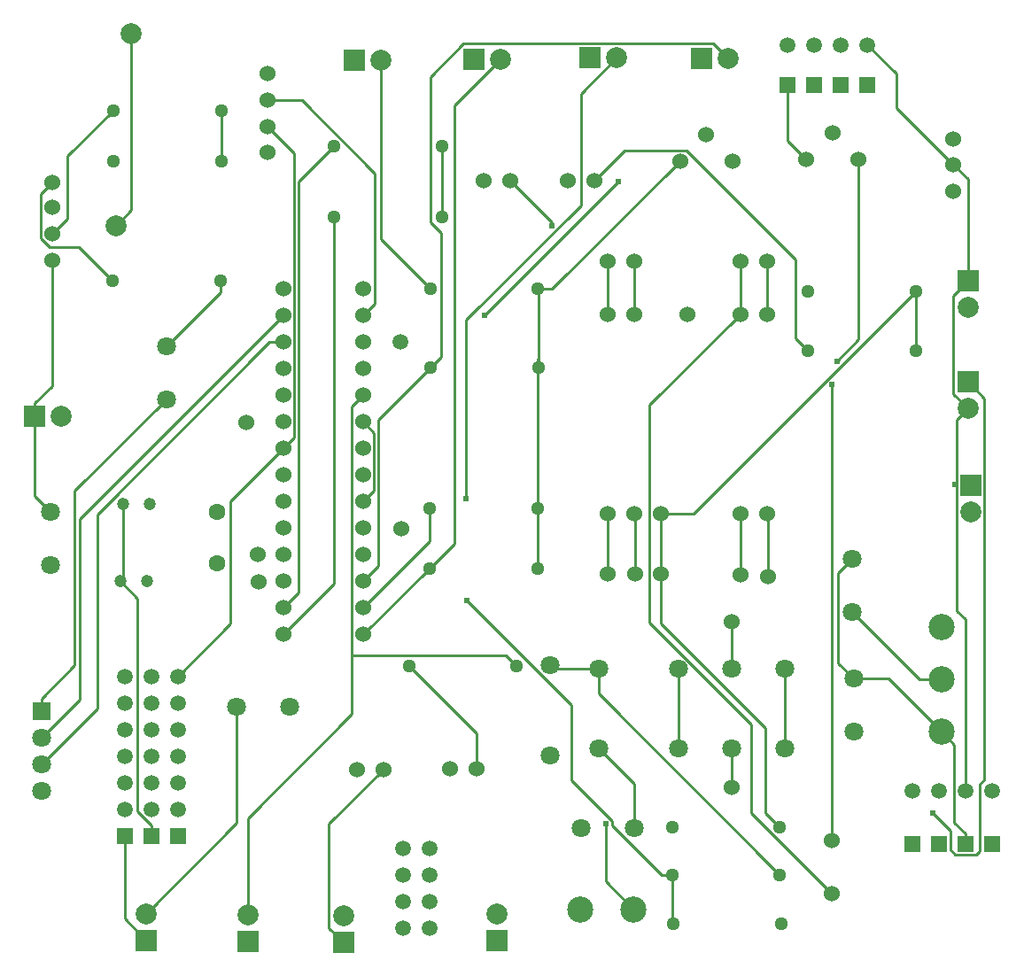
<source format=gbl>
G04 Layer: BottomLayer*
G04 EasyEDA v6.5.51, 2025-11-06 08:27:50*
G04 27a844e1b91c41148074433a3f3d6619,0b2f8be7abf649b19ad213f5e26a3a38,10*
G04 Gerber Generator version 0.2*
G04 Scale: 100 percent, Rotated: No, Reflected: No *
G04 Dimensions in inches *
G04 leading zeros omitted , absolute positions ,3 integer and 6 decimal *
%FSLAX36Y36*%
%MOIN*%

%ADD10C,0.0100*%
%ADD11C,0.0709*%
%ADD12R,0.0787X0.0787*%
%ADD13C,0.0787*%
%ADD14C,0.0512*%
%ADD15C,0.0600*%
%ADD16C,0.0984*%
%ADD17C,0.0470*%
%ADD18C,0.0140*%
%ADD19R,0.0709X0.0709*%
%ADD20C,0.0512*%
%ADD21C,0.0630*%
%ADD22C,0.0591*%
%ADD23R,0.0591X0.0591*%
%ADD24C,0.0591*%
%ADD25C,0.0240*%

%LPD*%
D10*
X2598197Y6117296D02*
G01*
X2598167Y6117325D01*
X2598167Y6317316D01*
X2698197Y6117296D02*
G01*
X2698167Y6117325D01*
X2698167Y6317316D01*
X3441796Y3936896D02*
G01*
X3139826Y4238865D01*
X3139826Y4574036D01*
X2756576Y4957285D01*
X2756576Y5775675D01*
X3098197Y6117296D01*
X3098197Y6117296D02*
G01*
X3098167Y6117325D01*
X3098167Y6317316D01*
X3441796Y4136896D02*
G01*
X3441796Y5853935D01*
X3198197Y6117296D02*
G01*
X3198167Y6117325D01*
X3198167Y6317316D01*
X503867Y5371916D02*
G01*
X443897Y5431885D01*
X443897Y5731896D01*
X3854597Y4545446D02*
G01*
X3654447Y4745596D01*
X3525096Y4745596D01*
X3944767Y4163746D02*
G01*
X3904237Y4204276D01*
X3904237Y4495805D01*
X3854597Y4545446D01*
X2871477Y6693285D02*
G01*
X2390106Y6211916D01*
X2337426Y6211916D01*
X3525096Y4745596D02*
G01*
X3466387Y4804306D01*
X3466387Y5143986D01*
X3517996Y5195596D01*
X764566Y5111916D02*
G01*
X828657Y5047826D01*
X828657Y4246356D01*
X881467Y4193546D01*
X881467Y4153015D02*
G01*
X881467Y4193546D01*
X764566Y5111916D02*
G01*
X774566Y5121916D01*
X774566Y5401916D01*
X3944767Y4123216D02*
G01*
X3944767Y4163746D01*
X3198197Y5367296D02*
G01*
X3201367Y5364126D01*
X3201367Y5130115D01*
X2698197Y5367296D02*
G01*
X2701367Y5364126D01*
X2701367Y5140616D01*
X443897Y5731896D02*
G01*
X443897Y5782276D01*
X443897Y5782276D02*
G01*
X508697Y5847076D01*
X508697Y6317995D01*
X1604597Y3752995D02*
G01*
X1550066Y3807525D01*
X1550066Y4198366D01*
X1754597Y4402896D01*
X3347277Y6700486D02*
G01*
X3277596Y6770165D01*
X3277596Y6981095D01*
X2698896Y4184095D02*
G01*
X2698896Y4349186D01*
X2565167Y4482916D01*
X863067Y3760716D02*
G01*
X781467Y3842316D01*
X781467Y4153015D01*
X2338017Y5952946D02*
G01*
X2335927Y5950855D01*
X2335927Y5385616D01*
X2338027Y5915816D02*
G01*
X2338027Y5952946D01*
X2338017Y5952946D01*
X2338017Y5952946D02*
G01*
X2338017Y6211325D01*
X2337426Y6211916D01*
X1974656Y6483996D02*
G01*
X1974656Y6748896D01*
X1974756Y6748996D01*
X2334627Y5160616D02*
G01*
X2335927Y5161916D01*
X2335927Y5385616D01*
X3247757Y4184695D02*
G01*
X3192956Y4239495D01*
X3192956Y4558496D01*
X2798766Y4952685D01*
X2798766Y5138015D01*
X3758257Y6203395D02*
G01*
X2922156Y5367296D01*
X2798197Y5367296D01*
X3758257Y5978395D02*
G01*
X3758257Y6203395D01*
X2798197Y5367296D02*
G01*
X2798766Y5366725D01*
X2798766Y5138015D01*
X2598197Y5367296D02*
G01*
X2598366Y5367125D01*
X2598366Y5139816D01*
X3913467Y5475475D02*
G01*
X3905537Y5475475D01*
X3913467Y5475475D02*
G01*
X3913467Y5720176D01*
X3955297Y5762006D01*
X3944867Y4323245D02*
G01*
X3944867Y4968915D01*
X3913467Y5000315D01*
X3913467Y5475475D01*
X1319696Y6822595D02*
G01*
X1420937Y6721356D01*
X1420937Y5654436D01*
X1378096Y5611596D01*
X3899566Y6680515D02*
G01*
X3686997Y6893085D01*
X3686997Y7021696D01*
X3577596Y7131095D01*
X3954897Y6241296D02*
G01*
X3954897Y6625185D01*
X3899566Y6680515D01*
X3098197Y5367296D02*
G01*
X3098766Y5366725D01*
X3098766Y5135416D01*
X1378096Y5611596D02*
G01*
X1180617Y5414115D01*
X1180617Y4952166D01*
X981467Y4753015D01*
X1678096Y5411596D02*
G01*
X1720937Y5454436D01*
X1720937Y5668755D01*
X1678096Y5711596D01*
X3955297Y5762006D02*
G01*
X3899807Y5817496D01*
X3899807Y6186206D01*
X3954897Y6241296D01*
X736806Y6241916D02*
G01*
X610727Y6367995D01*
X499077Y6367995D01*
X465846Y6401226D01*
X465846Y6570146D01*
X508697Y6612995D01*
X1145227Y6883316D02*
G01*
X1145227Y6691916D01*
X1145927Y6691215D01*
X807667Y7172516D02*
G01*
X807667Y6509816D01*
X748667Y6450816D01*
X3065167Y4482916D02*
G01*
X3065866Y4482215D01*
X3065866Y4335916D01*
X3065167Y4782916D02*
G01*
X3065447Y4783195D01*
X3065447Y4960146D01*
X2136266Y6111206D02*
G01*
X2640927Y6615866D01*
X2633766Y7081215D02*
G01*
X2498096Y6945545D01*
X2498096Y6527256D01*
X2066557Y6095716D01*
X2066557Y5422696D01*
X1930406Y5385616D02*
G01*
X1930406Y5263906D01*
X1678096Y5011596D01*
X2842236Y4006896D02*
G01*
X2802346Y4006896D01*
X2616666Y4192575D01*
X2616666Y4208806D01*
X2463217Y4362256D01*
X2463217Y4644845D01*
X2069237Y5038825D01*
X2845636Y3821196D02*
G01*
X2842236Y3824596D01*
X2842236Y4006896D01*
X3544126Y6700486D02*
G01*
X3544126Y6022646D01*
X3461917Y5940436D01*
X2593596Y4199245D02*
G01*
X2593596Y3981595D01*
X2697497Y3877696D01*
X2865167Y4782916D02*
G01*
X2865167Y4482916D01*
X2233797Y6618296D02*
G01*
X2388006Y6464086D01*
X2388006Y6450115D01*
X3955297Y5862006D02*
G01*
X4016517Y5800785D01*
X4016517Y4363825D01*
X4000537Y4347846D01*
X4000537Y4097766D01*
X3985376Y4082606D01*
X3907076Y4082606D01*
X3888157Y4101525D01*
X3888157Y4172586D01*
X3821247Y4239495D01*
X1637016Y4834146D02*
G01*
X1637016Y4611925D01*
X1244597Y4219506D01*
X1244597Y3857195D01*
X1678096Y5811596D02*
G01*
X1637016Y5770515D01*
X1637016Y4834146D01*
X1637016Y4834146D02*
G01*
X2217206Y4834146D01*
X2257357Y4793996D01*
X3265167Y4782916D02*
G01*
X3265167Y4482916D01*
X2195967Y7076215D02*
G01*
X2021496Y6901745D01*
X2021496Y5253006D01*
X1929107Y5160616D01*
X1929107Y5160616D02*
G01*
X1680087Y4911596D01*
X1678096Y4911596D01*
X1932506Y5915816D02*
G01*
X1971706Y5955016D01*
X1971706Y6421596D01*
X1931836Y6461466D01*
X1931836Y7010236D01*
X2056737Y7135136D01*
X2996247Y7135136D01*
X3053067Y7078316D01*
X1678096Y5111596D02*
G01*
X1737016Y5170515D01*
X1737016Y5720326D01*
X1932506Y5915816D01*
X1569137Y6483996D02*
G01*
X1569137Y5102636D01*
X1378096Y4911596D01*
X1569237Y6748996D02*
G01*
X1437016Y6616776D01*
X1437016Y5070515D01*
X1378096Y5011596D01*
X739706Y6883316D02*
G01*
X567617Y6711226D01*
X567617Y6476916D01*
X508697Y6417995D01*
X1745967Y7071916D02*
G01*
X1745967Y6397856D01*
X1931907Y6211916D01*
X468796Y4422905D02*
G01*
X677806Y4631916D01*
X677806Y5361995D01*
X1327407Y6011596D01*
X1378096Y6011596D01*
X468796Y4522905D02*
G01*
X611377Y4665486D01*
X611377Y5344875D01*
X1378096Y6111596D01*
X939566Y5996916D02*
G01*
X1142326Y6199675D01*
X1142326Y6241916D01*
X468796Y4622905D02*
G01*
X468796Y4669346D01*
X468796Y4669346D02*
G01*
X594346Y4794895D01*
X594346Y5451696D01*
X939566Y5796916D01*
X2548096Y6618195D02*
G01*
X2664267Y6734366D01*
X2894706Y6734366D01*
X3305726Y6323346D01*
X3305726Y6025405D01*
X3352736Y5978395D01*
X2106666Y4406215D02*
G01*
X2106666Y4539166D01*
X1851836Y4793996D01*
X3854597Y4742296D02*
G01*
X3771297Y4742296D01*
X3517996Y4995596D01*
X3247757Y4006896D02*
G01*
X2565167Y4689486D01*
X2565167Y4782916D01*
X2565167Y4782916D02*
G01*
X2398636Y4782916D01*
X2383797Y4797755D01*
X863067Y3860716D02*
G01*
X1203697Y4201345D01*
X1203697Y4638496D01*
X1678096Y6111596D02*
G01*
X1723416Y6156916D01*
X1723416Y6647626D01*
X1448446Y6922595D01*
X1319696Y6922595D01*
D11*
G01*
X3518000Y4995599D03*
G01*
X3518000Y5195599D03*
G01*
X3525100Y4545599D03*
G01*
X3525100Y4745599D03*
G01*
X1203699Y4638499D03*
G01*
X1403699Y4638499D03*
D12*
G01*
X3954899Y6241300D03*
D13*
G01*
X3954899Y6141300D03*
D14*
G01*
X2842240Y4006900D03*
G01*
X3247759Y4006900D03*
G01*
X2845640Y3821199D03*
G01*
X3251160Y3821199D03*
G01*
X2842240Y4184699D03*
G01*
X3247759Y4184699D03*
D15*
G01*
X3441800Y3936900D03*
G01*
X3441800Y4136900D03*
G01*
X508699Y6318000D03*
G01*
X508699Y6418000D03*
G01*
X508699Y6518000D03*
G01*
X508699Y6613000D03*
D14*
G01*
X3352740Y6203400D03*
G01*
X3758260Y6203400D03*
G01*
X3352740Y5978400D03*
G01*
X3758260Y5978400D03*
G01*
X1851840Y4794000D03*
G01*
X2257359Y4794000D03*
D16*
G01*
X3854600Y4742300D03*
G01*
X3854600Y4545450D03*
G01*
X3854600Y4939150D03*
D15*
G01*
X3198199Y5367300D03*
G01*
X3098199Y5367300D03*
G01*
X2798199Y5367300D03*
G01*
X2698199Y5367300D03*
G01*
X2598199Y5367300D03*
G01*
X3198199Y6117300D03*
G01*
X3098199Y6117300D03*
G01*
X2898199Y6117300D03*
G01*
X2698199Y6117300D03*
G01*
X2598199Y6117300D03*
D11*
G01*
X2383800Y4797759D03*
G01*
X2383800Y4455239D03*
D15*
G01*
X1654600Y4402900D03*
G01*
X1754600Y4402900D03*
D12*
G01*
X443899Y5731900D03*
D13*
G01*
X543899Y5731900D03*
D12*
G01*
X1244600Y3757199D03*
D13*
G01*
X1244600Y3857199D03*
D12*
G01*
X1604600Y3753000D03*
D13*
G01*
X1604600Y3853000D03*
D15*
G01*
X2969910Y6791709D03*
G01*
X3068329Y6693290D03*
G01*
X2871480Y6693290D03*
G01*
X3445709Y6798910D03*
G01*
X3544129Y6700490D03*
G01*
X3347280Y6700490D03*
G01*
X1678100Y6211599D03*
G01*
X1378100Y6211599D03*
G01*
X1678100Y6111599D03*
G01*
X1378100Y6111599D03*
G01*
X1678100Y6011599D03*
G01*
X1678100Y5911599D03*
G01*
X1678100Y5811599D03*
G01*
X1678100Y5711599D03*
G01*
X1678100Y5611599D03*
G01*
X1678100Y5511599D03*
G01*
X1678100Y5411599D03*
G01*
X1678100Y5311599D03*
G01*
X1678100Y5211599D03*
G01*
X1678100Y5111599D03*
G01*
X1678100Y5011599D03*
G01*
X1678100Y4911599D03*
G01*
X1378100Y4911599D03*
G01*
X1378100Y5011599D03*
G01*
X1378100Y5111599D03*
G01*
X1378100Y5211599D03*
G01*
X1378100Y5311599D03*
G01*
X1378100Y5411599D03*
G01*
X1378100Y5511599D03*
G01*
X1378100Y5611599D03*
G01*
X1378100Y5711599D03*
G01*
X1378100Y5811599D03*
G01*
X1378100Y5911599D03*
G01*
X1378100Y6011599D03*
D11*
G01*
X939570Y5796920D03*
G01*
X939570Y5996920D03*
G01*
X503870Y5171920D03*
G01*
X503870Y5371920D03*
G01*
X2498900Y4184099D03*
G01*
X2698900Y4184099D03*
D17*
G01*
X774570Y5401920D03*
G01*
X874570Y5401920D03*
G01*
X764570Y5111920D03*
G01*
X864570Y5111920D03*
D15*
G01*
X2133800Y6618299D03*
G01*
X2233800Y6618299D03*
G01*
X2448100Y6618200D03*
G01*
X2548100Y6618200D03*
G01*
X2006670Y4406219D03*
G01*
X2106670Y4406219D03*
D16*
G01*
X2697500Y3877700D03*
G01*
X2496700Y3877700D03*
D19*
G01*
X468800Y4622900D03*
D11*
G01*
X468800Y4522900D03*
G01*
X468800Y4422900D03*
G01*
X468800Y4322900D03*
G01*
X2565169Y4482919D03*
G01*
X2865169Y4482919D03*
G01*
X3065169Y4482919D03*
G01*
X3265169Y4482919D03*
G01*
X3265169Y4782919D03*
G01*
X3065169Y4782919D03*
G01*
X2865169Y4782919D03*
G01*
X2565169Y4782919D03*
D12*
G01*
X3964799Y5471399D03*
D13*
G01*
X3964799Y5371399D03*
D12*
G01*
X3955299Y5861999D03*
D13*
G01*
X3955299Y5761999D03*
D12*
G01*
X1645969Y7071920D03*
D13*
G01*
X1745969Y7071920D03*
D12*
G01*
X2095969Y7076219D03*
D13*
G01*
X2195969Y7076219D03*
D12*
G01*
X2533770Y7081219D03*
D13*
G01*
X2633770Y7081219D03*
D12*
G01*
X2953069Y7078319D03*
D13*
G01*
X3053069Y7078319D03*
D12*
G01*
X863069Y3760720D03*
D13*
G01*
X863069Y3860720D03*
D12*
G01*
X2182470Y3760819D03*
D13*
G01*
X2182470Y3860819D03*
D14*
G01*
X736810Y6241920D03*
G01*
X1142330Y6241920D03*
G01*
X1930410Y5385619D03*
G01*
X2335929Y5385619D03*
G01*
X1932510Y5915819D03*
D20*
G01*
X2338029Y5915819D03*
D14*
G01*
X740410Y6691219D03*
G01*
X1145929Y6691219D03*
G01*
X739710Y6883319D03*
G01*
X1145230Y6883319D03*
G01*
X1569239Y6749000D03*
G01*
X1974759Y6749000D03*
G01*
X1569139Y6484000D03*
G01*
X1974660Y6484000D03*
G01*
X1931909Y6211920D03*
G01*
X2337430Y6211920D03*
G01*
X1929110Y5160619D03*
G01*
X2334629Y5160619D03*
D15*
G01*
X3899570Y6775520D03*
G01*
X3899570Y6680520D03*
G01*
X3899570Y6580520D03*
G01*
X1319700Y6727600D03*
G01*
X1319700Y6822600D03*
G01*
X1319700Y6922600D03*
G01*
X1319700Y7022600D03*
D21*
G01*
X1129570Y5180470D03*
G01*
X1129570Y5373370D03*
D15*
G01*
X2598170Y6317320D03*
G01*
X2698170Y6317320D03*
G01*
X3098170Y6317320D03*
G01*
X3198170Y6317320D03*
G01*
X2701369Y5140619D03*
G01*
X2798770Y5138020D03*
G01*
X3098770Y5135419D03*
G01*
X3201369Y5130120D03*
G01*
X2598370Y5139820D03*
D13*
G01*
X748670Y6450819D03*
G01*
X807669Y7172519D03*
D22*
G01*
X781469Y4753020D03*
G01*
X981469Y4753020D03*
G01*
X881469Y4753020D03*
G01*
X881469Y4653020D03*
G01*
X981469Y4653020D03*
G01*
X781469Y4653020D03*
G01*
X781469Y4453020D03*
G01*
X981469Y4453020D03*
G01*
X881469Y4453020D03*
G01*
X881469Y4553020D03*
G01*
X981469Y4553020D03*
G01*
X781469Y4553020D03*
D23*
G01*
X781469Y4153020D03*
D22*
G01*
X781469Y4253020D03*
G01*
X981469Y4253020D03*
G01*
X881469Y4253020D03*
G01*
X881469Y4353020D03*
G01*
X981469Y4353020D03*
G01*
X781469Y4353020D03*
G01*
X3377600Y7131100D03*
G01*
X3277600Y7131100D03*
G01*
X3477600Y7131100D03*
G01*
X3577600Y7131100D03*
D23*
G01*
X4044769Y4123220D03*
G01*
X3944769Y4123220D03*
G01*
X3744769Y4123220D03*
G01*
X3844769Y4123220D03*
G01*
X881469Y4153020D03*
G01*
X981469Y4153020D03*
G01*
X3377600Y6981100D03*
G01*
X3277600Y6981100D03*
G01*
X3477600Y6981100D03*
G01*
X3577600Y6981100D03*
D22*
G01*
X4044870Y4323249D03*
G01*
X3944870Y4323249D03*
G01*
X3744870Y4323249D03*
G01*
X3844870Y4323249D03*
G01*
X1828969Y3806419D03*
G01*
X1928969Y3806419D03*
G01*
X1828969Y4006419D03*
G01*
X1928969Y4006419D03*
G01*
X1928969Y3906419D03*
G01*
X1828969Y3906419D03*
G01*
X1828969Y4106419D03*
G01*
X1928969Y4106419D03*
D15*
G01*
X3065870Y4335920D03*
G01*
X3065450Y4960149D03*
D24*
G01*
X1819899Y6012900D03*
D15*
G01*
X1821300Y5309899D03*
G01*
X1284499Y5110500D03*
G01*
X1284200Y5211599D03*
G01*
X1239200Y5710599D03*
D25*
G01*
X3441800Y5853939D03*
G01*
X3905540Y5475479D03*
G01*
X2640929Y6615870D03*
G01*
X2136270Y6111210D03*
G01*
X2066559Y5422700D03*
G01*
X2069239Y5038829D03*
G01*
X3461920Y5940439D03*
G01*
X2593599Y4199250D03*
G01*
X2388010Y6450120D03*
G01*
X3821250Y4239499D03*
M02*

</source>
